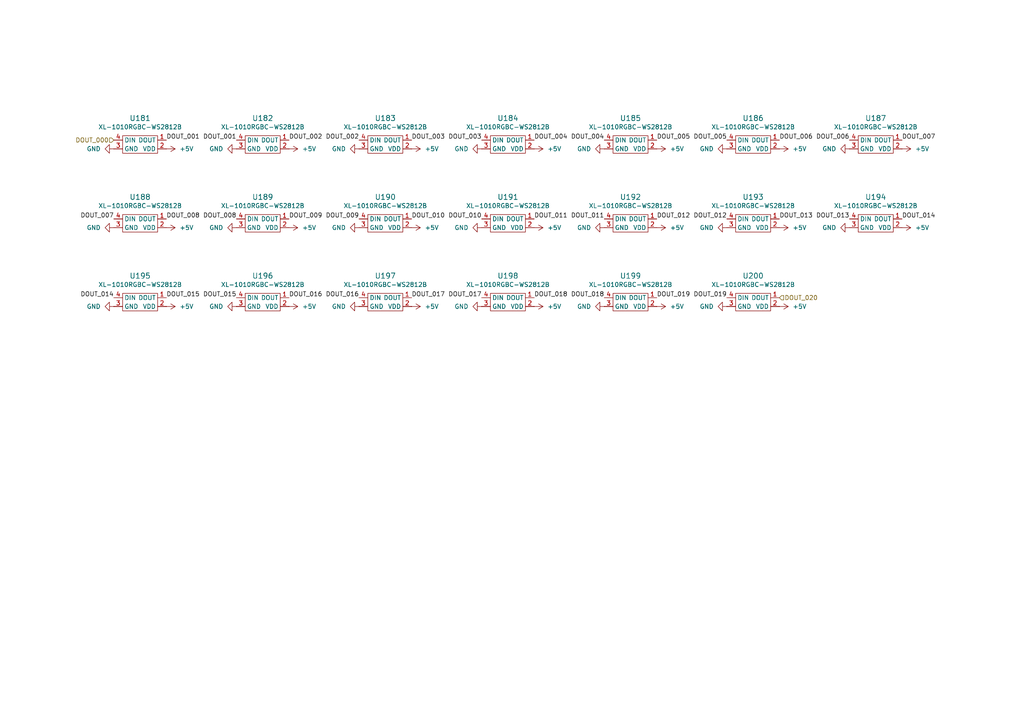
<source format=kicad_sch>
(kicad_sch (version 20250114) (generator "eeschema") (generator_version "9.0")
  (paper "A4")
  (lib_symbols
    (symbol "SK6805-EC10-000:SK6805_EC10-000"
      (property "Reference" "U" (at -2.54 3.556 0))
      (property "Value" "XL-1010RGBC-WS2812B" (at 1.016 -3.81 0))
      (symbol "SK6805_EC10-000_1_1"
        (rectangle (start -5.08 2.54) (end 5.08 -2.54))
        (pin passive line (at -7.62 1.27 0) (length 2.54) (name "DIN") (number "4"))
        (pin passive line (at -7.62 -1.27 0) (length 2.54) (name "GND") (number "3"))
        (pin passive line (at 7.62 1.27 180) (length 2.54) (name "DOUT") (number "1"))
        (pin passive line (at 7.62 -1.27 180) (length 2.54) (name "VDD") (number "2"))
      )
    )
    (symbol "power:+5V" (power) (pin_numbers (hide yes)) (pin_names (offset 0) (hide yes))
      (property "Value" "+5V" (at 0 3.556 0))
      (symbol "+5V_0_1"
        (polyline (pts (xy -0.762 1.27) (xy 0 2.54)))
        (polyline (pts (xy 0 2.54) (xy 0.762 1.27)))
        (polyline (pts (xy 0 0) (xy 0 2.54)))
      )
      (symbol "+5V_1_1"
        (pin power_in line (at 0 0 90) (length 0) (name "~") (number "1"))
      )
    )
    (symbol "power:GND" (power) (pin_numbers (hide yes)) (pin_names (offset 0) (hide yes))
      (property "Value" "GND" (at 0 -3.81 0))
      (symbol "GND_0_1"
        (polyline (pts (xy 0 0) (xy 0 -1.27) (xy 1.27 -1.27) (xy 0 -2.54) (xy -1.27 -1.27) (xy 0 -1.27)))
      )
      (symbol "GND_1_1"
        (pin power_in line (at 0 0 270) (length 0) (name "~") (number "1"))
      )
    )
  )
  (label "DOUT_006" (at 246.38 40.64 180))
  (label "DOUT_001" (at 68.58 40.64 180))
  (label "DOUT_014" (at 261.62 63.5 0))
  (label "DOUT_017" (at 139.7 86.36 180))
  (label "DOUT_019" (at 210.82 86.36 180))
  (label "DOUT_018" (at 175.26 86.36 180))
  (label "DOUT_006" (at 226.06 40.64 0))
  (label "DOUT_002" (at 104.14 40.64 180))
  (label "DOUT_005" (at 210.82 40.64 180))
  (label "DOUT_011" (at 175.26 63.5 180))
  (label "DOUT_005" (at 190.5 40.64 0))
  (label "DOUT_017" (at 119.38 86.36 0))
  (label "DOUT_018" (at 154.94 86.36 0))
  (label "DOUT_003" (at 139.7 40.64 180))
  (label "DOUT_009" (at 104.14 63.5 180))
  (label "DOUT_015" (at 68.58 86.36 180))
  (label "DOUT_014" (at 33.02 86.36 180))
  (label "DOUT_007" (at 261.62 40.64 0))
  (label "DOUT_012" (at 190.5 63.5 0))
  (label "DOUT_016" (at 83.82 86.36 0))
  (label "DOUT_013" (at 226.06 63.5 0))
  (label "DOUT_007" (at 33.02 63.5 180))
  (label "DOUT_010" (at 119.38 63.5 0))
  (label "DOUT_002" (at 83.82 40.64 0))
  (label "DOUT_004" (at 154.94 40.64 0))
  (label "DOUT_011" (at 154.94 63.5 0))
  (label "DOUT_008" (at 48.26 63.5 0))
  (label "DOUT_013" (at 246.38 63.5 180))
  (label "DOUT_008" (at 68.58 63.5 180))
  (label "DOUT_003" (at 119.38 40.64 0))
  (label "DOUT_012" (at 210.82 63.5 180))
  (label "DOUT_015" (at 48.26 86.36 0))
  (label "DOUT_010" (at 139.7 63.5 180))
  (label "DOUT_019" (at 190.5 86.36 0))
  (label "DOUT_001" (at 48.26 40.64 0))
  (label "DOUT_004" (at 175.26 40.64 180))
  (label "DOUT_016" (at 104.14 86.36 180))
  (label "DOUT_009" (at 83.82 63.5 0))
  (hierarchical_label "DOUT_020" (shape input) (at 226.06 86.36 0))
  (hierarchical_label "DOUT_000" (shape input) (at 33.02 40.64 180))
  (symbol (lib_id "SK6805-EC10-000:SK6805_EC10-000") (at 111.76 64.77 0) (unit 1)
    (property "Reference" "U190" (at 111.76 57.15 0) (effects (font (size 1.524 1.524))))
    (property "Value" "XL-1010RGBC-WS2812B" (at 111.76 59.69 0))
    (property "Footprint" "SK6805-EC10-000:SMD-4P,1.1x1.1mm" (effects (hide yes)))
    (property "Datasheet" "4492" (effects (hide yes)))
    (property "LCSC" "C5349953" (effects (hide yes)))
  )
  (symbol (lib_id "power:+5V") (at 190.5 66.04 270) (unit 1)
    (property "Reference" "#PWR779" (effects (hide yes)))
    (property "Value" "+5V" (at 194.31 66.0401 90) (effects (justify left)))
    (property "Description" "Power symbol creates a global label with name \"+5V\"" (effects (hide yes)))
  )
  (symbol (lib_id "SK6805-EC10-000:SK6805_EC10-000") (at 182.88 64.77 0) (unit 1)
    (property "Reference" "U192" (at 182.88 57.15 0) (effects (font (size 1.524 1.524))))
    (property "Value" "XL-1010RGBC-WS2812B" (at 182.88 59.69 0))
    (property "Footprint" "SK6805-EC10-000:SMD-4P,1.1x1.1mm" (effects (hide yes)))
    (property "Datasheet" "4492" (effects (hide yes)))
    (property "LCSC" "C5349953" (effects (hide yes)))
  )
  (symbol (lib_id "power:+5V") (at 261.62 66.04 270) (unit 1)
    (property "Reference" "#PWR800" (effects (hide yes)))
    (property "Value" "+5V" (at 265.43 66.0401 90) (effects (justify left)))
    (property "Description" "Power symbol creates a global label with name \"+5V\"" (effects (hide yes)))
  )
  (symbol (lib_id "SK6805-EC10-000:SK6805_EC10-000") (at 111.76 87.63 0) (unit 1)
    (property "Reference" "U197" (at 111.76 80.01 0) (effects (font (size 1.524 1.524))))
    (property "Value" "XL-1010RGBC-WS2812B" (at 111.76 82.55 0))
    (property "Footprint" "SK6805-EC10-000:SMD-4P,1.1x1.1mm" (effects (hide yes)))
    (property "Datasheet" "4492" (effects (hide yes)))
    (property "LCSC" "C5349953" (effects (hide yes)))
  )
  (symbol (lib_id "power:GND") (at 210.82 66.04 270) (unit 1)
    (property "Reference" "#PWR782" (effects (hide yes)))
    (property "Value" "GND" (at 207.01 66.0399 90) (effects (justify right)))
    (property "Description" "Power symbol creates a global label with name \"GND\" , ground" (effects (hide yes)))
  )
  (symbol (lib_id "power:+5V") (at 83.82 43.18 270) (unit 1)
    (property "Reference" "#PWR742" (effects (hide yes)))
    (property "Value" "+5V" (at 87.63 43.1801 90) (effects (justify left)))
    (property "Description" "Power symbol creates a global label with name \"+5V\"" (effects (hide yes)))
  )
  (symbol (lib_id "power:GND") (at 33.02 43.18 270) (unit 1)
    (property "Reference" "#PWR721" (effects (hide yes)))
    (property "Value" "GND" (at 29.21 43.1799 90) (effects (justify right)))
    (property "Description" "Power symbol creates a global label with name \"GND\" , ground" (effects (hide yes)))
  )
  (symbol (lib_id "power:GND") (at 210.82 43.18 270) (unit 1)
    (property "Reference" "#PWR781" (effects (hide yes)))
    (property "Value" "GND" (at 207.01 43.1799 90) (effects (justify right)))
    (property "Description" "Power symbol creates a global label with name \"GND\" , ground" (effects (hide yes)))
  )
  (symbol (lib_id "power:+5V") (at 119.38 66.04 270) (unit 1)
    (property "Reference" "#PWR755" (effects (hide yes)))
    (property "Value" "+5V" (at 123.19 66.0401 90) (effects (justify left)))
    (property "Description" "Power symbol creates a global label with name \"+5V\"" (effects (hide yes)))
  )
  (symbol (lib_id "SK6805-EC10-000:SK6805_EC10-000") (at 147.32 41.91 0) (unit 1)
    (property "Reference" "U184" (at 147.32 34.29 0) (effects (font (size 1.524 1.524))))
    (property "Value" "XL-1010RGBC-WS2812B" (at 147.32 36.83 0))
    (property "Footprint" "SK6805-EC10-000:SMD-4P,1.1x1.1mm" (effects (hide yes)))
    (property "Datasheet" "4492" (effects (hide yes)))
    (property "LCSC" "C5349953" (effects (hide yes)))
  )
  (symbol (lib_id "power:GND") (at 139.7 66.04 270) (unit 1)
    (property "Reference" "#PWR758" (effects (hide yes)))
    (property "Value" "GND" (at 135.89 66.0399 90) (effects (justify right)))
    (property "Description" "Power symbol creates a global label with name \"GND\" , ground" (effects (hide yes)))
  )
  (symbol (lib_id "SK6805-EC10-000:SK6805_EC10-000") (at 147.32 87.63 0) (unit 1)
    (property "Reference" "U198" (at 147.32 80.01 0) (effects (font (size 1.524 1.524))))
    (property "Value" "XL-1010RGBC-WS2812B" (at 147.32 82.55 0))
    (property "Footprint" "SK6805-EC10-000:SMD-4P,1.1x1.1mm" (effects (hide yes)))
    (property "Datasheet" "4492" (effects (hide yes)))
    (property "LCSC" "C5349953" (effects (hide yes)))
  )
  (symbol (lib_id "power:+5V") (at 119.38 88.9 270) (unit 1)
    (property "Reference" "#PWR756" (effects (hide yes)))
    (property "Value" "+5V" (at 123.19 88.9001 90) (effects (justify left)))
    (property "Description" "Power symbol creates a global label with name \"+5V\"" (effects (hide yes)))
  )
  (symbol (lib_id "power:GND") (at 33.02 88.9 270) (unit 1)
    (property "Reference" "#PWR723" (effects (hide yes)))
    (property "Value" "GND" (at 29.21 88.8999 90) (effects (justify right)))
    (property "Description" "Power symbol creates a global label with name \"GND\" , ground" (effects (hide yes)))
  )
  (symbol (lib_id "power:+5V") (at 48.26 88.9 270) (unit 1)
    (property "Reference" "#PWR732" (effects (hide yes)))
    (property "Value" "+5V" (at 52.07 88.9001 90) (effects (justify left)))
    (property "Description" "Power symbol creates a global label with name \"+5V\"" (effects (hide yes)))
  )
  (symbol (lib_id "SK6805-EC10-000:SK6805_EC10-000") (at 254 41.91 0) (unit 1)
    (property "Reference" "U187" (at 254 34.29 0) (effects (font (size 1.524 1.524))))
    (property "Value" "XL-1010RGBC-WS2812B" (at 254 36.83 0))
    (property "Footprint" "SK6805-EC10-000:SMD-4P,1.1x1.1mm" (effects (hide yes)))
    (property "Datasheet" "4492" (effects (hide yes)))
    (property "LCSC" "C5349953" (effects (hide yes)))
  )
  (symbol (lib_id "SK6805-EC10-000:SK6805_EC10-000") (at 40.64 64.77 0) (unit 1)
    (property "Reference" "U188" (at 40.64 57.15 0) (effects (font (size 1.524 1.524))))
    (property "Value" "XL-1010RGBC-WS2812B" (at 40.64 59.69 0))
    (property "Footprint" "SK6805-EC10-000:SMD-4P,1.1x1.1mm" (effects (hide yes)))
    (property "Datasheet" "4492" (effects (hide yes)))
    (property "LCSC" "C5349953" (effects (hide yes)))
  )
  (symbol (lib_id "power:GND") (at 68.58 66.04 270) (unit 1)
    (property "Reference" "#PWR734" (effects (hide yes)))
    (property "Value" "GND" (at 64.77 66.0399 90) (effects (justify right)))
    (property "Description" "Power symbol creates a global label with name \"GND\" , ground" (effects (hide yes)))
  )
  (symbol (lib_id "power:+5V") (at 83.82 66.04 270) (unit 1)
    (property "Reference" "#PWR743" (effects (hide yes)))
    (property "Value" "+5V" (at 87.63 66.0401 90) (effects (justify left)))
    (property "Description" "Power symbol creates a global label with name \"+5V\"" (effects (hide yes)))
  )
  (symbol (lib_id "SK6805-EC10-000:SK6805_EC10-000") (at 40.64 87.63 0) (unit 1)
    (property "Reference" "U195" (at 40.64 80.01 0) (effects (font (size 1.524 1.524))))
    (property "Value" "XL-1010RGBC-WS2812B" (at 40.64 82.55 0))
    (property "Footprint" "SK6805-EC10-000:SMD-4P,1.1x1.1mm" (effects (hide yes)))
    (property "Datasheet" "4492" (effects (hide yes)))
    (property "LCSC" "C5349953" (effects (hide yes)))
  )
  (symbol (lib_id "power:GND") (at 175.26 43.18 270) (unit 1)
    (property "Reference" "#PWR769" (effects (hide yes)))
    (property "Value" "GND" (at 171.45 43.1799 90) (effects (justify right)))
    (property "Description" "Power symbol creates a global label with name \"GND\" , ground" (effects (hide yes)))
  )
  (symbol (lib_id "power:+5V") (at 190.5 88.9 270) (unit 1)
    (property "Reference" "#PWR780" (effects (hide yes)))
    (property "Value" "+5V" (at 194.31 88.9001 90) (effects (justify left)))
    (property "Description" "Power symbol creates a global label with name \"+5V\"" (effects (hide yes)))
  )
  (symbol (lib_id "power:GND") (at 68.58 43.18 270) (unit 1)
    (property "Reference" "#PWR733" (effects (hide yes)))
    (property "Value" "GND" (at 64.77 43.1799 90) (effects (justify right)))
    (property "Description" "Power symbol creates a global label with name \"GND\" , ground" (effects (hide yes)))
  )
  (symbol (lib_id "power:+5V") (at 226.06 88.9 270) (unit 1)
    (property "Reference" "#PWR792" (effects (hide yes)))
    (property "Value" "+5V" (at 229.87 88.9001 90) (effects (justify left)))
    (property "Description" "Power symbol creates a global label with name \"+5V\"" (effects (hide yes)))
  )
  (symbol (lib_id "power:GND") (at 104.14 66.04 270) (unit 1)
    (property "Reference" "#PWR746" (effects (hide yes)))
    (property "Value" "GND" (at 100.33 66.0399 90) (effects (justify right)))
    (property "Description" "Power symbol creates a global label with name \"GND\" , ground" (effects (hide yes)))
  )
  (symbol (lib_id "power:+5V") (at 48.26 66.04 270) (unit 1)
    (property "Reference" "#PWR731" (effects (hide yes)))
    (property "Value" "+5V" (at 52.07 66.0401 90) (effects (justify left)))
    (property "Description" "Power symbol creates a global label with name \"+5V\"" (effects (hide yes)))
  )
  (symbol (lib_id "power:+5V") (at 119.38 43.18 270) (unit 1)
    (property "Reference" "#PWR754" (effects (hide yes)))
    (property "Value" "+5V" (at 123.19 43.1801 90) (effects (justify left)))
    (property "Description" "Power symbol creates a global label with name \"+5V\"" (effects (hide yes)))
  )
  (symbol (lib_id "power:+5V") (at 83.82 88.9 270) (unit 1)
    (property "Reference" "#PWR744" (effects (hide yes)))
    (property "Value" "+5V" (at 87.63 88.9001 90) (effects (justify left)))
    (property "Description" "Power symbol creates a global label with name \"+5V\"" (effects (hide yes)))
  )
  (symbol (lib_id "SK6805-EC10-000:SK6805_EC10-000") (at 147.32 64.77 0) (unit 1)
    (property "Reference" "U191" (at 147.32 57.15 0) (effects (font (size 1.524 1.524))))
    (property "Value" "XL-1010RGBC-WS2812B" (at 147.32 59.69 0))
    (property "Footprint" "SK6805-EC10-000:SMD-4P,1.1x1.1mm" (effects (hide yes)))
    (property "Datasheet" "4492" (effects (hide yes)))
    (property "LCSC" "C5349953" (effects (hide yes)))
  )
  (symbol (lib_id "power:GND") (at 210.82 88.9 270) (unit 1)
    (property "Reference" "#PWR783" (effects (hide yes)))
    (property "Value" "GND" (at 207.01 88.8999 90) (effects (justify right)))
    (property "Description" "Power symbol creates a global label with name \"GND\" , ground" (effects (hide yes)))
  )
  (symbol (lib_id "SK6805-EC10-000:SK6805_EC10-000") (at 76.2 64.77 0) (unit 1)
    (property "Reference" "U189" (at 76.2 57.15 0) (effects (font (size 1.524 1.524))))
    (property "Value" "XL-1010RGBC-WS2812B" (at 76.2 59.69 0))
    (property "Footprint" "SK6805-EC10-000:SMD-4P,1.1x1.1mm" (effects (hide yes)))
    (property "Datasheet" "4492" (effects (hide yes)))
    (property "LCSC" "C5349953" (effects (hide yes)))
  )
  (symbol (lib_id "SK6805-EC10-000:SK6805_EC10-000") (at 254 64.77 0) (unit 1)
    (property "Reference" "U194" (at 254 57.15 0) (effects (font (size 1.524 1.524))))
    (property "Value" "XL-1010RGBC-WS2812B" (at 254 59.69 0))
    (property "Footprint" "SK6805-EC10-000:SMD-4P,1.1x1.1mm" (effects (hide yes)))
    (property "Datasheet" "4492" (effects (hide yes)))
    (property "LCSC" "C5349953" (effects (hide yes)))
  )
  (symbol (lib_id "power:+5V") (at 48.26 43.18 270) (unit 1)
    (property "Reference" "#PWR730" (effects (hide yes)))
    (property "Value" "+5V" (at 52.07 43.1801 90) (effects (justify left)))
    (property "Description" "Power symbol creates a global label with name \"+5V\"" (effects (hide yes)))
  )
  (symbol (lib_id "power:+5V") (at 154.94 66.04 270) (unit 1)
    (property "Reference" "#PWR767" (effects (hide yes)))
    (property "Value" "+5V" (at 158.75 66.0401 90) (effects (justify left)))
    (property "Description" "Power symbol creates a global label with name \"+5V\"" (effects (hide yes)))
  )
  (symbol (lib_id "power:GND") (at 104.14 88.9 270) (unit 1)
    (property "Reference" "#PWR747" (effects (hide yes)))
    (property "Value" "GND" (at 100.33 88.8999 90) (effects (justify right)))
    (property "Description" "Power symbol creates a global label with name \"GND\" , ground" (effects (hide yes)))
  )
  (symbol (lib_id "power:GND") (at 175.26 66.04 270) (unit 1)
    (property "Reference" "#PWR770" (effects (hide yes)))
    (property "Value" "GND" (at 171.45 66.0399 90) (effects (justify right)))
    (property "Description" "Power symbol creates a global label with name \"GND\" , ground" (effects (hide yes)))
  )
  (symbol (lib_id "SK6805-EC10-000:SK6805_EC10-000") (at 111.76 41.91 0) (unit 1)
    (property "Reference" "U183" (at 111.76 34.29 0) (effects (font (size 1.524 1.524))))
    (property "Value" "XL-1010RGBC-WS2812B" (at 111.76 36.83 0))
    (property "Footprint" "SK6805-EC10-000:SMD-4P,1.1x1.1mm" (effects (hide yes)))
    (property "Datasheet" "4492" (effects (hide yes)))
    (property "LCSC" "C5349953" (effects (hide yes)))
  )
  (symbol (lib_id "power:GND") (at 246.38 66.04 270) (unit 1)
    (property "Reference" "#PWR794" (effects (hide yes)))
    (property "Value" "GND" (at 242.57 66.0399 90) (effects (justify right)))
    (property "Description" "Power symbol creates a global label with name \"GND\" , ground" (effects (hide yes)))
  )
  (symbol (lib_id "power:+5V") (at 154.94 43.18 270) (unit 1)
    (property "Reference" "#PWR766" (effects (hide yes)))
    (property "Value" "+5V" (at 158.75 43.1801 90) (effects (justify left)))
    (property "Description" "Power symbol creates a global label with name \"+5V\"" (effects (hide yes)))
  )
  (symbol (lib_id "SK6805-EC10-000:SK6805_EC10-000") (at 218.44 87.63 0) (unit 1)
    (property "Reference" "U200" (at 218.44 80.01 0) (effects (font (size 1.524 1.524))))
    (property "Value" "XL-1010RGBC-WS2812B" (at 218.44 82.55 0))
    (property "Footprint" "SK6805-EC10-000:SMD-4P,1.1x1.1mm" (effects (hide yes)))
    (property "Datasheet" "4492" (effects (hide yes)))
    (property "LCSC" "C5349953" (effects (hide yes)))
  )
  (symbol (lib_id "power:GND") (at 33.02 66.04 270) (unit 1)
    (property "Reference" "#PWR722" (effects (hide yes)))
    (property "Value" "GND" (at 29.21 66.0399 90) (effects (justify right)))
    (property "Description" "Power symbol creates a global label with name \"GND\" , ground" (effects (hide yes)))
  )
  (symbol (lib_id "power:GND") (at 139.7 43.18 270) (unit 1)
    (property "Reference" "#PWR757" (effects (hide yes)))
    (property "Value" "GND" (at 135.89 43.1799 90) (effects (justify right)))
    (property "Description" "Power symbol creates a global label with name \"GND\" , ground" (effects (hide yes)))
  )
  (symbol (lib_id "power:+5V") (at 261.62 43.18 270) (unit 1)
    (property "Reference" "#PWR799" (effects (hide yes)))
    (property "Value" "+5V" (at 265.43 43.1801 90) (effects (justify left)))
    (property "Description" "Power symbol creates a global label with name \"+5V\"" (effects (hide yes)))
  )
  (symbol (lib_id "power:GND") (at 139.7 88.9 270) (unit 1)
    (property "Reference" "#PWR759" (effects (hide yes)))
    (property "Value" "GND" (at 135.89 88.8999 90) (effects (justify right)))
    (property "Description" "Power symbol creates a global label with name \"GND\" , ground" (effects (hide yes)))
  )
  (symbol (lib_id "power:GND") (at 104.14 43.18 270) (unit 1)
    (property "Reference" "#PWR745" (effects (hide yes)))
    (property "Value" "GND" (at 100.33 43.1799 90) (effects (justify right)))
    (property "Description" "Power symbol creates a global label with name \"GND\" , ground" (effects (hide yes)))
  )
  (symbol (lib_id "power:GND") (at 246.38 43.18 270) (unit 1)
    (property "Reference" "#PWR793" (effects (hide yes)))
    (property "Value" "GND" (at 242.57 43.1799 90) (effects (justify right)))
    (property "Description" "Power symbol creates a global label with name \"GND\" , ground" (effects (hide yes)))
  )
  (symbol (lib_id "power:GND") (at 175.26 88.9 270) (unit 1)
    (property "Reference" "#PWR771" (effects (hide yes)))
    (property "Value" "GND" (at 171.45 88.8999 90) (effects (justify right)))
    (property "Description" "Power symbol creates a global label with name \"GND\" , ground" (effects (hide yes)))
  )
  (symbol (lib_id "power:GND") (at 68.58 88.9 270) (unit 1)
    (property "Reference" "#PWR735" (effects (hide yes)))
    (property "Value" "GND" (at 64.77 88.8999 90) (effects (justify right)))
    (property "Description" "Power symbol creates a global label with name \"GND\" , ground" (effects (hide yes)))
  )
  (symbol (lib_id "power:+5V") (at 154.94 88.9 270) (unit 1)
    (property "Reference" "#PWR768" (effects (hide yes)))
    (property "Value" "+5V" (at 158.75 88.9001 90) (effects (justify left)))
    (property "Description" "Power symbol creates a global label with name \"+5V\"" (effects (hide yes)))
  )
  (symbol (lib_id "SK6805-EC10-000:SK6805_EC10-000") (at 40.64 41.91 0) (unit 1)
    (property "Reference" "U181" (at 40.64 34.29 0) (effects (font (size 1.524 1.524))))
    (property "Value" "XL-1010RGBC-WS2812B" (at 40.64 36.83 0))
    (property "Footprint" "SK6805-EC10-000:SMD-4P,1.1x1.1mm" (effects (hide yes)))
    (property "Datasheet" "4492" (effects (hide yes)))
    (property "LCSC" "C5349953" (effects (hide yes)))
  )
  (symbol (lib_id "power:+5V") (at 226.06 66.04 270) (unit 1)
    (property "Reference" "#PWR791" (effects (hide yes)))
    (property "Value" "+5V" (at 229.87 66.0401 90) (effects (justify left)))
    (property "Description" "Power symbol creates a global label with name \"+5V\"" (effects (hide yes)))
  )
  (symbol (lib_id "power:+5V") (at 226.06 43.18 270) (unit 1)
    (property "Reference" "#PWR790" (effects (hide yes)))
    (property "Value" "+5V" (at 229.87 43.1801 90) (effects (justify left)))
    (property "Description" "Power symbol creates a global label with name \"+5V\"" (effects (hide yes)))
  )
  (symbol (lib_id "SK6805-EC10-000:SK6805_EC10-000") (at 76.2 87.63 0) (unit 1)
    (property "Reference" "U196" (at 76.2 80.01 0) (effects (font (size 1.524 1.524))))
    (property "Value" "XL-1010RGBC-WS2812B" (at 76.2 82.55 0))
    (property "Footprint" "SK6805-EC10-000:SMD-4P,1.1x1.1mm" (effects (hide yes)))
    (property "Datasheet" "4492" (effects (hide yes)))
    (property "LCSC" "C5349953" (effects (hide yes)))
  )
  (symbol (lib_id "SK6805-EC10-000:SK6805_EC10-000") (at 182.88 41.91 0) (unit 1)
    (property "Reference" "U185" (at 182.88 34.29 0) (effects (font (size 1.524 1.524))))
    (property "Value" "XL-1010RGBC-WS2812B" (at 182.88 36.83 0))
    (property "Footprint" "SK6805-EC10-000:SMD-4P,1.1x1.1mm" (effects (hide yes)))
    (property "Datasheet" "4492" (effects (hide yes)))
    (property "LCSC" "C5349953" (effects (hide yes)))
  )
  (symbol (lib_id "SK6805-EC10-000:SK6805_EC10-000") (at 182.88 87.63 0) (unit 1)
    (property "Reference" "U199" (at 182.88 80.01 0) (effects (font (size 1.524 1.524))))
    (property "Value" "XL-1010RGBC-WS2812B" (at 182.88 82.55 0))
    (property "Footprint" "SK6805-EC10-000:SMD-4P,1.1x1.1mm" (effects (hide yes)))
    (property "Datasheet" "4492" (effects (hide yes)))
    (property "LCSC" "C5349953" (effects (hide yes)))
  )
  (symbol (lib_id "SK6805-EC10-000:SK6805_EC10-000") (at 218.44 64.77 0) (unit 1)
    (property "Reference" "U193" (at 218.44 57.15 0) (effects (font (size 1.524 1.524))))
    (property "Value" "XL-1010RGBC-WS2812B" (at 218.44 59.69 0))
    (property "Footprint" "SK6805-EC10-000:SMD-4P,1.1x1.1mm" (effects (hide yes)))
    (property "Datasheet" "4492" (effects (hide yes)))
    (property "LCSC" "C5349953" (effects (hide yes)))
  )
  (symbol (lib_id "SK6805-EC10-000:SK6805_EC10-000") (at 76.2 41.91 0) (unit 1)
    (property "Reference" "U182" (at 76.2 34.29 0) (effects (font (size 1.524 1.524))))
    (property "Value" "XL-1010RGBC-WS2812B" (at 76.2 36.83 0))
    (property "Footprint" "SK6805-EC10-000:SMD-4P,1.1x1.1mm" (effects (hide yes)))
    (property "Datasheet" "4492" (effects (hide yes)))
    (property "LCSC" "C5349953" (effects (hide yes)))
  )
  (symbol (lib_id "SK6805-EC10-000:SK6805_EC10-000") (at 218.44 41.91 0) (unit 1)
    (property "Reference" "U186" (at 218.44 34.29 0) (effects (font (size 1.524 1.524))))
    (property "Value" "XL-1010RGBC-WS2812B" (at 218.44 36.83 0))
    (property "Footprint" "SK6805-EC10-000:SMD-4P,1.1x1.1mm" (effects (hide yes)))
    (property "Datasheet" "4492" (effects (hide yes)))
    (property "LCSC" "C5349953" (effects (hide yes)))
  )
  (symbol (lib_id "power:+5V") (at 190.5 43.18 270) (unit 1)
    (property "Reference" "#PWR778" (effects (hide yes)))
    (property "Value" "+5V" (at 194.31 43.1801 90) (effects (justify left)))
    (property "Description" "Power symbol creates a global label with name \"+5V\"" (effects (hide yes)))
  )
)
</source>
